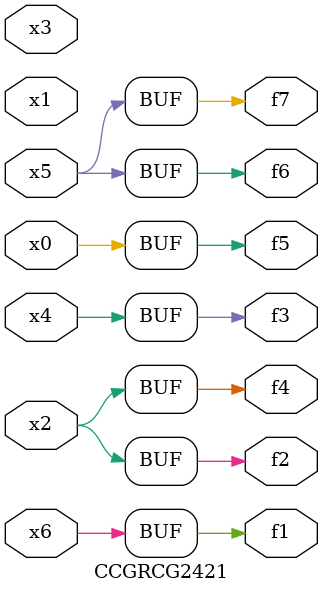
<source format=v>
module CCGRCG2421(
	input x0, x1, x2, x3, x4, x5, x6,
	output f1, f2, f3, f4, f5, f6, f7
);
	assign f1 = x6;
	assign f2 = x2;
	assign f3 = x4;
	assign f4 = x2;
	assign f5 = x0;
	assign f6 = x5;
	assign f7 = x5;
endmodule

</source>
